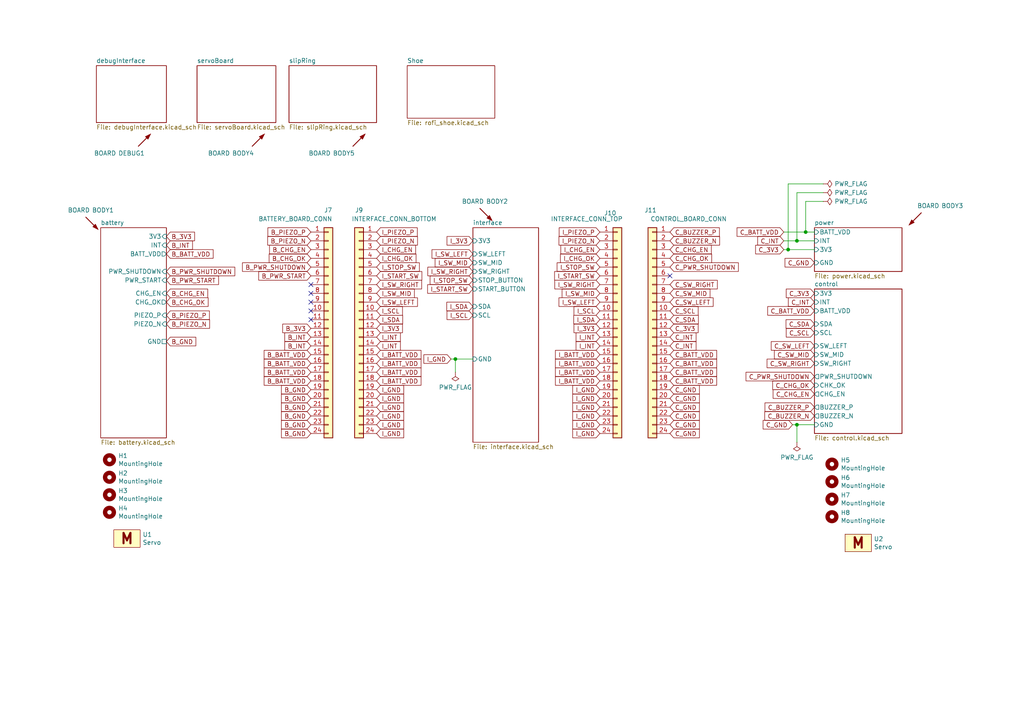
<source format=kicad_sch>
(kicad_sch (version 20211123) (generator eeschema)
  (paper "A4")
  (lib_symbols
    (symbol "Connector_Generic:Conn_01x24" (pin_names (offset 1.016) hide)
      (property "Reference" "J" (at 0 30.48 0))
      (property "Value" "Connector_Generic_Conn_01x24" (at 0 -33.02 0))
      (symbol "Conn_01x24_1_1"
        (rectangle (start -1.27 -30.353) (end 0 -30.607) (stroke (width 0.1524)))
        (rectangle (start -1.27 -27.813) (end 0 -28.067) (stroke (width 0.1524)))
        (rectangle (start -1.27 -25.273) (end 0 -25.527) (stroke (width 0.1524)))
        (rectangle (start -1.27 -22.733) (end 0 -22.987) (stroke (width 0.1524)))
        (rectangle (start -1.27 -20.193) (end 0 -20.447) (stroke (width 0.1524)))
        (rectangle (start -1.27 -17.653) (end 0 -17.907) (stroke (width 0.1524)))
        (rectangle (start -1.27 -15.113) (end 0 -15.367) (stroke (width 0.1524)))
        (rectangle (start -1.27 -12.573) (end 0 -12.827) (stroke (width 0.1524)))
        (rectangle (start -1.27 -10.033) (end 0 -10.287) (stroke (width 0.1524)))
        (rectangle (start -1.27 -7.493) (end 0 -7.747) (stroke (width 0.1524)))
        (rectangle (start -1.27 -4.953) (end 0 -5.207) (stroke (width 0.1524)))
        (rectangle (start -1.27 -2.413) (end 0 -2.667) (stroke (width 0.1524)))
        (rectangle (start -1.27 0.127) (end 0 -0.127) (stroke (width 0.1524)))
        (rectangle (start -1.27 2.667) (end 0 2.413) (stroke (width 0.1524)))
        (rectangle (start -1.27 5.207) (end 0 4.953) (stroke (width 0.1524)))
        (rectangle (start -1.27 7.747) (end 0 7.493) (stroke (width 0.1524)))
        (rectangle (start -1.27 10.287) (end 0 10.033) (stroke (width 0.1524)))
        (rectangle (start -1.27 12.827) (end 0 12.573) (stroke (width 0.1524)))
        (rectangle (start -1.27 15.367) (end 0 15.113) (stroke (width 0.1524)))
        (rectangle (start -1.27 17.907) (end 0 17.653) (stroke (width 0.1524)))
        (rectangle (start -1.27 20.447) (end 0 20.193) (stroke (width 0.1524)))
        (rectangle (start -1.27 22.987) (end 0 22.733) (stroke (width 0.1524)))
        (rectangle (start -1.27 25.527) (end 0 25.273) (stroke (width 0.1524)))
        (rectangle (start -1.27 28.067) (end 0 27.813) (stroke (width 0.1524)))
        (rectangle (start -1.27 29.21) (end 1.27 -31.75) (stroke (width 0.254)) (fill (type background)))
        (pin passive line (at -5.08 27.94 0) (length 3.81) (name "Pin_1") (number "1"))
        (pin passive line (at -5.08 5.08 0) (length 3.81) (name "Pin_10") (number "10"))
        (pin passive line (at -5.08 2.54 0) (length 3.81) (name "Pin_11") (number "11"))
        (pin passive line (at -5.08 0 0) (length 3.81) (name "Pin_12") (number "12"))
        (pin passive line (at -5.08 -2.54 0) (length 3.81) (name "Pin_13") (number "13"))
        (pin passive line (at -5.08 -5.08 0) (length 3.81) (name "Pin_14") (number "14"))
        (pin passive line (at -5.08 -7.62 0) (length 3.81) (name "Pin_15") (number "15"))
        (pin passive line (at -5.08 -10.16 0) (length 3.81) (name "Pin_16") (number "16"))
        (pin passive line (at -5.08 -12.7 0) (length 3.81) (name "Pin_17") (number "17"))
        (pin passive line (at -5.08 -15.24 0) (length 3.81) (name "Pin_18") (number "18"))
        (pin passive line (at -5.08 -17.78 0) (length 3.81) (name "Pin_19") (number "19"))
        (pin passive line (at -5.08 25.4 0) (length 3.81) (name "Pin_2") (number "2"))
        (pin passive line (at -5.08 -20.32 0) (length 3.81) (name "Pin_20") (number "20"))
        (pin passive line (at -5.08 -22.86 0) (length 3.81) (name "Pin_21") (number "21"))
        (pin passive line (at -5.08 -25.4 0) (length 3.81) (name "Pin_22") (number "22"))
        (pin passive line (at -5.08 -27.94 0) (length 3.81) (name "Pin_23") (number "23"))
        (pin passive line (at -5.08 -30.48 0) (length 3.81) (name "Pin_24") (number "24"))
        (pin passive line (at -5.08 22.86 0) (length 3.81) (name "Pin_3") (number "3"))
        (pin passive line (at -5.08 20.32 0) (length 3.81) (name "Pin_4") (number "4"))
        (pin passive line (at -5.08 17.78 0) (length 3.81) (name "Pin_5") (number "5"))
        (pin passive line (at -5.08 15.24 0) (length 3.81) (name "Pin_6") (number "6"))
        (pin passive line (at -5.08 12.7 0) (length 3.81) (name "Pin_7") (number "7"))
        (pin passive line (at -5.08 10.16 0) (length 3.81) (name "Pin_8") (number "8"))
        (pin passive line (at -5.08 7.62 0) (length 3.81) (name "Pin_9") (number "9"))
      )
    )
    (symbol "Graphic:SYM_Arrow45_Normal" (pin_names (offset 1.016))
      (symbol "SYM_Arrow45_Normal_0_1"
        (polyline (pts (xy 1.524 -1.524) (xy -1.778 1.778)) (stroke (width 0.254)))
        (polyline (pts (xy 1.778 -1.778) (xy 0.254 -1.016) (xy 1.016 -0.254) (xy 1.778 -1.778)) (fill (type outline)))
      )
    )
    (symbol "Mechanical:MountingHole" (pin_names (offset 1.016))
      (property "Reference" "H" (at 0 5.08 0))
      (property "Value" "Mechanical_MountingHole" (at 0 3.175 0))
      (symbol "MountingHole_0_1"
        (circle (center 0 0) (radius 1.27) (stroke (width 1.27)))
      )
    )
    (symbol "power:PWR_FLAG" (power) (pin_numbers hide) (pin_names (offset 0) hide)
      (property "Value" "power_PWR_FLAG" (at 0 3.81 0))
      (symbol "PWR_FLAG_0_0"
        (pin power_out line (at 0 0 90) (length 0) (name "pwr") (number "1"))
      )
      (symbol "PWR_FLAG_0_1"
        (polyline (pts (xy 0 0) (xy 0 1.27) (xy -1.016 1.905) (xy 0 2.54) (xy 1.016 1.905) (xy 0 1.27)))
      )
    )
    (symbol "rofi:Servo" (pin_names (offset 1.016))
      (property "Reference" "U" (at 0 -3.81 0))
      (property "Value" "Servo" (at 0 3.81 0))
      (symbol "Servo_0_0"
        (text "M" (at 0 0 0) (effects (font (size 2.9972 2.9972) bold)))
      )
      (symbol "Servo_0_1"
        (rectangle (start -3.81 2.54) (end 3.81 -2.54) (fill (type background)))
      )
    )
  )
  (junction (at 231.14 69.85))
  (junction (at 228.6 72.39))
  (junction (at 132.08 104.14))
  (junction (at 231.14 123.19))
  (junction (at 233.68 67.31))
  (no_connect (at 194.31 80.01))
  (no_connect (at 90.17 87.63))
  (no_connect (at 90.17 85.09))
  (no_connect (at 90.17 90.17))
  (no_connect (at 90.17 82.55))
  (no_connect (at 90.17 92.71))
  (wire (pts (xy 233.68 58.42) (xy 238.76 58.42)))
  (wire (pts (xy 228.6 72.39) (xy 227.33 72.39)))
  (wire (pts (xy 231.14 69.85) (xy 236.22 69.85)))
  (wire (pts (xy 236.22 72.39) (xy 228.6 72.39)))
  (wire (pts (xy 231.14 55.88) (xy 231.14 69.85)))
  (wire (pts (xy 132.08 104.14) (xy 137.16 104.14)))
  (wire (pts (xy 132.08 107.95) (xy 132.08 104.14)))
  (wire (pts (xy 236.22 67.31) (xy 233.68 67.31)))
  (wire (pts (xy 238.76 55.88) (xy 231.14 55.88)))
  (wire (pts (xy 231.14 123.19) (xy 236.22 123.19)))
  (wire (pts (xy 238.76 53.34) (xy 228.6 53.34)))
  (wire (pts (xy 233.68 67.31) (xy 227.33 67.31)))
  (wire (pts (xy 229.87 123.19) (xy 231.14 123.19)))
  (wire (pts (xy 227.33 69.85) (xy 231.14 69.85)))
  (wire (pts (xy 130.81 104.14) (xy 132.08 104.14)))
  (wire (pts (xy 231.14 128.27) (xy 231.14 123.19)))
  (wire (pts (xy 233.68 67.31) (xy 233.68 58.42)))
  (wire (pts (xy 228.6 53.34) (xy 228.6 72.39)))
  (global_label "C_SW_MID" (shape input) (at 194.31 85.09 0) (property "Intersheet References" "${INTERSHEET_REFS}" (effects hide)))
  (global_label "I_GND" (shape input) (at 173.99 125.73 180) (property "Intersheet References" "${INTERSHEET_REFS}" (effects hide)))
  (global_label "C_BATT_VDD" (shape input) (at 194.31 107.95 0) (property "Intersheet References" "${INTERSHEET_REFS}" (effects hide)))
  (global_label "C_PWR_SHUTDOWN" (shape input) (at 236.22 109.22 180) (property "Intersheet References" "${INTERSHEET_REFS}" (effects hide)))
  (global_label "I_SW_LEFT" (shape input) (at 173.99 87.63 180) (property "Intersheet References" "${INTERSHEET_REFS}" (effects hide)))
  (global_label "I_BATT_VDD" (shape input) (at 173.99 107.95 180) (property "Intersheet References" "${INTERSHEET_REFS}" (effects hide)))
  (global_label "I_SW_MID" (shape input) (at 173.99 85.09 180) (property "Intersheet References" "${INTERSHEET_REFS}" (effects hide)))
  (global_label "I_GND" (shape input) (at 173.99 123.19 180) (property "Intersheet References" "${INTERSHEET_REFS}" (effects hide)))
  (global_label "I_PIEZO_N" (shape input) (at 109.22 69.85 0) (property "Intersheet References" "${INTERSHEET_REFS}" (effects hide)))
  (global_label "C_GND" (shape input) (at 194.31 123.19 0) (property "Intersheet References" "${INTERSHEET_REFS}" (effects hide)))
  (global_label "C_BUZZER_N" (shape input) (at 194.31 69.85 0) (property "Intersheet References" "${INTERSHEET_REFS}" (effects hide)))
  (global_label "I_CHG_OK" (shape input) (at 173.99 74.93 180) (property "Intersheet References" "${INTERSHEET_REFS}" (effects hide)))
  (global_label "B_CHG_EN" (shape input) (at 48.26 85.09 0) (property "Intersheet References" "${INTERSHEET_REFS}" (effects hide)))
  (global_label "I_CHG_EN" (shape input) (at 173.99 72.39 180) (property "Intersheet References" "${INTERSHEET_REFS}" (effects hide)))
  (global_label "I_SDA" (shape input) (at 109.22 92.71 0) (property "Intersheet References" "${INTERSHEET_REFS}" (effects hide)))
  (global_label "C_SCL" (shape input) (at 194.31 90.17 0) (property "Intersheet References" "${INTERSHEET_REFS}" (effects hide)))
  (global_label "C_BATT_VDD" (shape input) (at 236.22 90.17 180) (property "Intersheet References" "${INTERSHEET_REFS}" (effects hide)))
  (global_label "C_GND" (shape input) (at 194.31 120.65 0) (property "Intersheet References" "${INTERSHEET_REFS}" (effects hide)))
  (global_label "B_GND" (shape input) (at 90.17 113.03 180) (property "Intersheet References" "${INTERSHEET_REFS}" (effects hide)))
  (global_label "I_3V3" (shape input) (at 137.16 69.85 180) (property "Intersheet References" "${INTERSHEET_REFS}" (effects hide)))
  (global_label "C_GND" (shape input) (at 194.31 115.57 0) (property "Intersheet References" "${INTERSHEET_REFS}" (effects hide)))
  (global_label "I_STOP_SW" (shape input) (at 173.99 77.47 180) (property "Intersheet References" "${INTERSHEET_REFS}" (effects hide)))
  (global_label "I_BATT_VDD" (shape input) (at 109.22 107.95 0) (property "Intersheet References" "${INTERSHEET_REFS}" (effects hide)))
  (global_label "B_3V3" (shape input) (at 90.17 95.25 180) (property "Intersheet References" "${INTERSHEET_REFS}" (effects hide)))
  (global_label "I_START_SW" (shape input) (at 173.99 80.01 180) (property "Intersheet References" "${INTERSHEET_REFS}" (effects hide)))
  (global_label "I_GND" (shape input) (at 109.22 123.19 0) (property "Intersheet References" "${INTERSHEET_REFS}" (effects hide)))
  (global_label "I_STOP_SW" (shape input) (at 137.16 81.28 180) (property "Intersheet References" "${INTERSHEET_REFS}" (effects hide)))
  (global_label "I_INT" (shape input) (at 173.99 97.79 180) (property "Intersheet References" "${INTERSHEET_REFS}" (effects hide)))
  (global_label "I_GND" (shape input) (at 173.99 118.11 180) (property "Intersheet References" "${INTERSHEET_REFS}" (effects hide)))
  (global_label "C_CHG_OK" (shape input) (at 194.31 74.93 0) (property "Intersheet References" "${INTERSHEET_REFS}" (effects hide)))
  (global_label "I_SW_RIGHT" (shape input) (at 173.99 82.55 180) (property "Intersheet References" "${INTERSHEET_REFS}" (effects hide)))
  (global_label "I_BATT_VDD" (shape input) (at 173.99 102.87 180) (property "Intersheet References" "${INTERSHEET_REFS}" (effects hide)))
  (global_label "B_CHG_OK" (shape input) (at 48.26 87.63 0) (property "Intersheet References" "${INTERSHEET_REFS}" (effects hide)))
  (global_label "I_START_SW" (shape input) (at 109.22 80.01 0) (property "Intersheet References" "${INTERSHEET_REFS}" (effects hide)))
  (global_label "B_PIEZO_P" (shape input) (at 48.26 91.44 0) (property "Intersheet References" "${INTERSHEET_REFS}" (effects hide)))
  (global_label "C_SW_LEFT" (shape input) (at 236.22 100.33 180) (property "Intersheet References" "${INTERSHEET_REFS}" (effects hide)))
  (global_label "B_INT" (shape input) (at 48.26 71.12 0) (property "Intersheet References" "${INTERSHEET_REFS}" (effects hide)))
  (global_label "B_PIEZO_N" (shape input) (at 48.26 93.98 0) (property "Intersheet References" "${INTERSHEET_REFS}" (effects hide)))
  (global_label "C_INT" (shape input) (at 227.33 69.85 180) (property "Intersheet References" "${INTERSHEET_REFS}" (effects hide)))
  (global_label "I_GND" (shape input) (at 109.22 120.65 0) (property "Intersheet References" "${INTERSHEET_REFS}" (effects hide)))
  (global_label "I_BATT_VDD" (shape input) (at 109.22 110.49 0) (property "Intersheet References" "${INTERSHEET_REFS}" (effects hide)))
  (global_label "I_SW_RIGHT" (shape input) (at 137.16 78.74 180) (property "Intersheet References" "${INTERSHEET_REFS}" (effects hide)))
  (global_label "I_3V3" (shape input) (at 109.22 95.25 0) (property "Intersheet References" "${INTERSHEET_REFS}" (effects hide)))
  (global_label "I_GND" (shape input) (at 109.22 125.73 0) (property "Intersheet References" "${INTERSHEET_REFS}" (effects hide)))
  (global_label "C_GND" (shape input) (at 236.22 76.2 180) (property "Intersheet References" "${INTERSHEET_REFS}" (effects hide)))
  (global_label "I_BATT_VDD" (shape input) (at 173.99 110.49 180) (property "Intersheet References" "${INTERSHEET_REFS}" (effects hide)))
  (global_label "C_SW_MID" (shape input) (at 236.22 102.87 180) (property "Intersheet References" "${INTERSHEET_REFS}" (effects hide)))
  (global_label "I_SCL" (shape input) (at 109.22 90.17 0) (property "Intersheet References" "${INTERSHEET_REFS}" (effects hide)))
  (global_label "I_GND" (shape input) (at 109.22 115.57 0) (property "Intersheet References" "${INTERSHEET_REFS}" (effects hide)))
  (global_label "B_BATT_VDD" (shape input) (at 90.17 110.49 180) (property "Intersheet References" "${INTERSHEET_REFS}" (effects hide)))
  (global_label "B_GND" (shape input) (at 90.17 120.65 180) (property "Intersheet References" "${INTERSHEET_REFS}" (effects hide)))
  (global_label "B_BATT_VDD" (shape input) (at 90.17 105.41 180) (property "Intersheet References" "${INTERSHEET_REFS}" (effects hide)))
  (global_label "I_GND" (shape input) (at 173.99 120.65 180) (property "Intersheet References" "${INTERSHEET_REFS}" (effects hide)))
  (global_label "C_BUZZER_N" (shape input) (at 236.22 120.65 180) (property "Intersheet References" "${INTERSHEET_REFS}" (effects hide)))
  (global_label "I_PIEZO_P" (shape input) (at 109.22 67.31 0) (property "Intersheet References" "${INTERSHEET_REFS}" (effects hide)))
  (global_label "C_CHG_EN" (shape input) (at 194.31 72.39 0) (property "Intersheet References" "${INTERSHEET_REFS}" (effects hide)))
  (global_label "C_GND" (shape input) (at 229.87 123.19 180) (property "Intersheet References" "${INTERSHEET_REFS}" (effects hide)))
  (global_label "B_PWR_START" (shape input) (at 48.26 81.28 0) (property "Intersheet References" "${INTERSHEET_REFS}" (effects hide)))
  (global_label "I_CHG_EN" (shape input) (at 109.22 72.39 0) (property "Intersheet References" "${INTERSHEET_REFS}" (effects hide)))
  (global_label "C_BATT_VDD" (shape input) (at 227.33 67.31 180) (property "Intersheet References" "${INTERSHEET_REFS}" (effects hide)))
  (global_label "B_3V3" (shape input) (at 48.26 68.58 0) (property "Intersheet References" "${INTERSHEET_REFS}" (effects hide)))
  (global_label "B_BATT_VDD" (shape input) (at 90.17 107.95 180) (property "Intersheet References" "${INTERSHEET_REFS}" (effects hide)))
  (global_label "I_GND" (shape input) (at 173.99 113.03 180) (property "Intersheet References" "${INTERSHEET_REFS}" (effects hide)))
  (global_label "B_GND" (shape input) (at 48.26 99.06 0) (property "Intersheet References" "${INTERSHEET_REFS}" (effects hide)))
  (global_label "I_PIEZO_P" (shape input) (at 173.99 67.31 180) (property "Intersheet References" "${INTERSHEET_REFS}" (effects hide)))
  (global_label "B_BATT_VDD" (shape input) (at 48.26 73.66 0) (property "Intersheet References" "${INTERSHEET_REFS}" (effects hide)))
  (global_label "B_PIEZO_N" (shape input) (at 90.17 69.85 180) (property "Intersheet References" "${INTERSHEET_REFS}" (effects hide)))
  (global_label "C_INT" (shape input) (at 236.22 87.63 180) (property "Intersheet References" "${INTERSHEET_REFS}" (effects hide)))
  (global_label "C_BUZZER_P" (shape input) (at 194.31 67.31 0) (property "Intersheet References" "${INTERSHEET_REFS}" (effects hide)))
  (global_label "I_INT" (shape input) (at 109.22 97.79 0) (property "Intersheet References" "${INTERSHEET_REFS}" (effects hide)))
  (global_label "C_BUZZER_P" (shape input) (at 236.22 118.11 180) (property "Intersheet References" "${INTERSHEET_REFS}" (effects hide)))
  (global_label "C_SW_LEFT" (shape input) (at 194.31 87.63 0) (property "Intersheet References" "${INTERSHEET_REFS}" (effects hide)))
  (global_label "B_PWR_START" (shape input) (at 90.17 80.01 180) (property "Intersheet References" "${INTERSHEET_REFS}" (effects hide)))
  (global_label "C_SW_RIGHT" (shape input) (at 194.31 82.55 0) (property "Intersheet References" "${INTERSHEET_REFS}" (effects hide)))
  (global_label "I_BATT_VDD" (shape input) (at 173.99 105.41 180) (property "Intersheet References" "${INTERSHEET_REFS}" (effects hide)))
  (global_label "I_SW_MID" (shape input) (at 137.16 76.2 180) (property "Intersheet References" "${INTERSHEET_REFS}" (effects hide)))
  (global_label "I_GND" (shape input) (at 109.22 118.11 0) (property "Intersheet References" "${INTERSHEET_REFS}" (effects hide)))
  (global_label "C_3V3" (shape input) (at 194.31 95.25 0) (property "Intersheet References" "${INTERSHEET_REFS}" (effects hide)))
  (global_label "C_CHG_EN" (shape input) (at 236.22 114.3 180) (property "Intersheet References" "${INTERSHEET_REFS}" (effects hide)))
  (global_label "B_GND" (shape input) (at 90.17 125.73 180) (property "Intersheet References" "${INTERSHEET_REFS}" (effects hide)))
  (global_label "I_BATT_VDD" (shape input) (at 109.22 102.87 0) (property "Intersheet References" "${INTERSHEET_REFS}" (effects hide)))
  (global_label "B_INT" (shape input) (at 90.17 97.79 180) (property "Intersheet References" "${INTERSHEET_REFS}" (effects hide)))
  (global_label "I_GND" (shape input) (at 130.81 104.14 180) (property "Intersheet References" "${INTERSHEET_REFS}" (effects hide)))
  (global_label "I_BATT_VDD" (shape input) (at 109.22 105.41 0) (property "Intersheet References" "${INTERSHEET_REFS}" (effects hide)))
  (global_label "B_PIEZO_P" (shape input) (at 90.17 67.31 180) (property "Intersheet References" "${INTERSHEET_REFS}" (effects hide)))
  (global_label "I_INT" (shape input) (at 109.22 100.33 0) (property "Intersheet References" "${INTERSHEET_REFS}" (effects hide)))
  (global_label "C_BATT_VDD" (shape input) (at 194.31 105.41 0) (property "Intersheet References" "${INTERSHEET_REFS}" (effects hide)))
  (global_label "C_GND" (shape input) (at 194.31 125.73 0) (property "Intersheet References" "${INTERSHEET_REFS}" (effects hide)))
  (global_label "C_SCL" (shape input) (at 236.22 96.52 180) (property "Intersheet References" "${INTERSHEET_REFS}" (effects hide)))
  (global_label "C_3V3" (shape input) (at 236.22 85.09 180) (property "Intersheet References" "${INTERSHEET_REFS}" (effects hide)))
  (global_label "I_PIEZO_N" (shape input) (at 173.99 69.85 180) (property "Intersheet References" "${INTERSHEET_REFS}" (effects hide)))
  (global_label "I_GND" (shape input) (at 109.22 113.03 0) (property "Intersheet References" "${INTERSHEET_REFS}" (effects hide)))
  (global_label "C_SDA" (shape input) (at 236.22 93.98 180) (property "Intersheet References" "${INTERSHEET_REFS}" (effects hide)))
  (global_label "C_BATT_VDD" (shape input) (at 194.31 102.87 0) (property "Intersheet References" "${INTERSHEET_REFS}" (effects hide)))
  (global_label "C_3V3" (shape input) (at 227.33 72.39 180) (property "Intersheet References" "${INTERSHEET_REFS}" (effects hide)))
  (global_label "I_INT" (shape input) (at 173.99 100.33 180) (property "Intersheet References" "${INTERSHEET_REFS}" (effects hide)))
  (global_label "I_SW_LEFT" (shape input) (at 137.16 73.66 180) (property "Intersheet References" "${INTERSHEET_REFS}" (effects hide)))
  (global_label "B_GND" (shape input) (at 90.17 123.19 180) (property "Intersheet References" "${INTERSHEET_REFS}" (effects hide)))
  (global_label "C_SDA" (shape input) (at 194.31 92.71 0) (property "Intersheet References" "${INTERSHEET_REFS}" (effects hide)))
  (global_label "I_3V3" (shape input) (at 173.99 95.25 180) (property "Intersheet References" "${INTERSHEET_REFS}" (effects hide)))
  (global_label "B_BATT_VDD" (shape input) (at 90.17 102.87 180) (property "Intersheet References" "${INTERSHEET_REFS}" (effects hide)))
  (global_label "B_CHG_EN" (shape input) (at 90.17 72.39 180) (property "Intersheet References" "${INTERSHEET_REFS}" (effects hide)))
  (global_label "C_PWR_SHUTDOWN" (shape input) (at 194.31 77.47 0) (property "Intersheet References" "${INTERSHEET_REFS}" (effects hide)))
  (global_label "I_SW_LEFT" (shape input) (at 109.22 87.63 0) (property "Intersheet References" "${INTERSHEET_REFS}" (effects hide)))
  (global_label "B_GND" (shape input) (at 90.17 115.57 180) (property "Intersheet References" "${INTERSHEET_REFS}" (effects hide)))
  (global_label "I_SW_MID" (shape input) (at 109.22 85.09 0) (property "Intersheet References" "${INTERSHEET_REFS}" (effects hide)))
  (global_label "I_SDA" (shape input) (at 173.99 92.71 180) (property "Intersheet References" "${INTERSHEET_REFS}" (effects hide)))
  (global_label "B_GND" (shape input) (at 90.17 118.11 180) (property "Intersheet References" "${INTERSHEET_REFS}" (effects hide)))
  (global_label "C_INT" (shape input) (at 194.31 97.79 0) (property "Intersheet References" "${INTERSHEET_REFS}" (effects hide)))
  (global_label "C_SW_RIGHT" (shape input) (at 236.22 105.41 180) (property "Intersheet References" "${INTERSHEET_REFS}" (effects hide)))
  (global_label "C_INT" (shape input) (at 194.31 100.33 0) (property "Intersheet References" "${INTERSHEET_REFS}" (effects hide)))
  (global_label "I_START_SW" (shape input) (at 137.16 83.82 180) (property "Intersheet References" "${INTERSHEET_REFS}" (effects hide)))
  (global_label "I_SW_RIGHT" (shape input) (at 109.22 82.55 0) (property "Intersheet References" "${INTERSHEET_REFS}" (effects hide)))
  (global_label "C_BATT_VDD" (shape input) (at 194.31 110.49 0) (property "Intersheet References" "${INTERSHEET_REFS}" (effects hide)))
  (global_label "I_CHG_OK" (shape input) (at 109.22 74.93 0) (property "Intersheet References" "${INTERSHEET_REFS}" (effects hide)))
  (global_label "C_CHG_OK" (shape input) (at 236.22 111.76 180) (property "Intersheet References" "${INTERSHEET_REFS}" (effects hide)))
  (global_label "I_SCL" (shape input) (at 137.16 91.44 180) (property "Intersheet References" "${INTERSHEET_REFS}" (effects hide)))
  (global_label "C_GND" (shape input) (at 194.31 113.03 0) (property "Intersheet References" "${INTERSHEET_REFS}" (effects hide)))
  (global_label "B_INT" (shape input) (at 90.17 100.33 180) (property "Intersheet References" "${INTERSHEET_REFS}" (effects hide)))
  (global_label "B_CHG_OK" (shape input) (at 90.17 74.93 180) (property "Intersheet References" "${INTERSHEET_REFS}" (effects hide)))
  (global_label "B_PWR_SHUTDOWN" (shape input) (at 90.17 77.47 180) (property "Intersheet References" "${INTERSHEET_REFS}" (effects hide)))
  (global_label "B_PWR_SHUTDOWN" (shape input) (at 48.26 78.74 0) (property "Intersheet References" "${INTERSHEET_REFS}" (effects hide)))
  (global_label "I_STOP_SW" (shape input) (at 109.22 77.47 0) (property "Intersheet References" "${INTERSHEET_REFS}" (effects hide)))
  (global_label "I_GND" (shape input) (at 173.99 115.57 180) (property "Intersheet References" "${INTERSHEET_REFS}" (effects hide)))
  (global_label "I_SDA" (shape input) (at 137.16 88.9 180) (property "Intersheet References" "${INTERSHEET_REFS}" (effects hide)))
  (global_label "I_SCL" (shape input) (at 173.99 90.17 180) (property "Intersheet References" "${INTERSHEET_REFS}" (effects hide)))
  (global_label "C_GND" (shape input) (at 194.31 118.11 0) (property "Intersheet References" "${INTERSHEET_REFS}" (effects hide)))
  (symbol (lib_id "Mechanical:MountingHole") (at 31.75 148.59 0) (unit 1)
    (property "Reference" "H4" (at 34.29 147.4216 0) (effects (justify left)))
    (property "Value" "MountingHole" (at 34.29 149.733 0) (effects (justify left)))
    (property "Footprint" "MountingHole:MountingHole_2.1mm" (effects hide))
    (property "JLCPCB_IGNORE" "YES" (effects hide))
  )
  (symbol (lib_id "Mechanical:MountingHole") (at 31.75 143.51 0) (unit 1)
    (property "Reference" "H3" (at 34.29 142.3416 0) (effects (justify left)))
    (property "Value" "MountingHole" (at 34.29 144.653 0) (effects (justify left)))
    (property "Footprint" "MountingHole:MountingHole_2.1mm" (effects hide))
    (property "JLCPCB_IGNORE" "YES" (effects hide))
  )
  (symbol (lib_id "Mechanical:MountingHole") (at 31.75 138.43 0) (unit 1)
    (property "Reference" "H2" (at 34.29 137.2616 0) (effects (justify left)))
    (property "Value" "MountingHole" (at 34.29 139.573 0) (effects (justify left)))
    (property "Footprint" "MountingHole:MountingHole_2.1mm" (effects hide))
    (property "JLCPCB_IGNORE" "YES" (effects hide))
  )
  (symbol (lib_id "Mechanical:MountingHole") (at 31.75 133.35 0) (unit 1)
    (property "Reference" "H1" (at 34.29 132.1816 0) (effects (justify left)))
    (property "Value" "MountingHole" (at 34.29 134.493 0) (effects (justify left)))
    (property "Footprint" "MountingHole:MountingHole_2.1mm" (effects hide))
    (property "JLCPCB_IGNORE" "YES" (effects hide))
  )
  (symbol (lib_id "rofi:Servo") (at 36.83 156.21 0) (unit 1)
    (property "Reference" "U1" (at 41.3512 155.0416 0) (effects (justify left)))
    (property "Value" "Servo" (at 41.3512 157.353 0) (effects (justify left)))
    (property "Footprint" "rofi:Dynamixel-XL-430-TOP" (effects hide))
    (property "JLCPCB_IGNORE" "YES" (effects hide))
  )
  (symbol (lib_id "rofi:Servo") (at 248.92 157.48 0) (unit 1)
    (property "Reference" "U2" (at 253.4412 156.3116 0) (effects (justify left)))
    (property "Value" "Servo" (at 253.4412 158.623 0) (effects (justify left)))
    (property "Footprint" "rofi:Dynamixel-XL-430-TOP" (effects hide))
    (property "JLCPCB_IGNORE" "YES" (effects hide))
  )
  (symbol (lib_id "Connector_Generic:Conn_01x24") (at 95.25 95.25 0) (unit 1)
    (property "Reference" "J7" (at 93.98 60.96 0) (effects (justify left)))
    (property "Value" "BATTERY_BOARD_CONN" (at 74.93 63.5 0) (effects (justify left)))
    (property "Footprint" "Connector_PinHeader_2.00mm:PinHeader_2x12_P2.00mm_Vertical" (effects hide))
    (property "MFR" "TMM-112-06-T-D-SM" (effects hide))
    (property "MFR_QTY" "1" (effects hide))
    (property "JLCPCB_IGNORE" "YES" (effects hide))
  )
  (symbol (lib_id "Connector_Generic:Conn_01x24") (at 104.14 95.25 0) (mirror y) (unit 1)
    (property "Reference" "J9" (at 104.14 60.96 0))
    (property "Value" "INTERFACE_CONN_BOTTOM" (at 114.3 63.5 0))
    (property "Footprint" "rofi:2xM22-6550642R-MIRRORED" (effects hide))
    (property "MFR" "M22-6550642R" (effects hide))
    (property "MFR_QTY" "2" (effects hide))
    (property "JLCPCB_IGNORE" "YES" (effects hide))
  )
  (symbol (lib_id "Connector_Generic:Conn_01x24") (at 179.07 95.25 0) (unit 1)
    (property "Reference" "J10" (at 176.9872 61.7982 0))
    (property "Value" "INTERFACE_CONN_TOP" (at 170.18 63.5 0))
    (property "Footprint" "rofi:2xM22-6550642R" (effects hide))
    (property "MFR" "M22-6550642R" (effects hide))
    (property "MFR_QTY" "2" (effects hide))
    (property "JLCPCB_IGNORE" "YES" (effects hide))
  )
  (symbol (lib_id "Connector_Generic:Conn_01x24") (at 189.23 95.25 0) (mirror y) (unit 1)
    (property "Reference" "J11" (at 190.5 60.96 0) (effects (justify left)))
    (property "Value" "CONTROL_BOARD_CONN" (at 210.82 63.5 0) (effects (justify left)))
    (property "Footprint" "Connector_PinHeader_2.00mm:PinHeader_2x12_P2.00mm_Vertical_SMD" (effects hide))
    (property "MFR" "A3C-24P-2DSA(30)" (effects hide))
    (property "MFR_QTY" "1" (effects hide))
    (property "JLCPCB_IGNORE" "YES" (effects hide))
  )
  (symbol (lib_id "power:PWR_FLAG") (at 132.08 107.95 180) (unit 1)
    (property "Reference" "#FLG0112" (effects hide))
    (property "Value" "PWR_FLAG" (at 132.08 112.3442 0))
  )
  (symbol (lib_id "power:PWR_FLAG") (at 231.14 128.27 180) (unit 1)
    (property "Reference" "#FLG0113" (effects hide))
    (property "Value" "PWR_FLAG" (at 231.14 132.6642 0))
  )
  (symbol (lib_id "power:PWR_FLAG") (at 238.76 58.42 270) (unit 1)
    (property "Reference" "#FLG0114" (effects hide))
    (property "Value" "PWR_FLAG" (at 242.0112 58.42 90) (effects (justify left)))
  )
  (symbol (lib_id "power:PWR_FLAG") (at 238.76 55.88 270) (unit 1)
    (property "Reference" "#FLG0115" (effects hide))
    (property "Value" "PWR_FLAG" (at 242.0112 55.88 90) (effects (justify left)))
  )
  (symbol (lib_id "power:PWR_FLAG") (at 238.76 53.34 270) (unit 1)
    (property "Reference" "#FLG0116" (effects hide))
    (property "Value" "PWR_FLAG" (at 242.0112 53.34 90) (effects (justify left)))
  )
  (symbol (lib_id "Mechanical:MountingHole") (at 241.3 149.86 0) (unit 1)
    (property "Reference" "H8" (at 243.84 148.6916 0) (effects (justify left)))
    (property "Value" "MountingHole" (at 243.84 151.003 0) (effects (justify left)))
    (property "Footprint" "MountingHole:MountingHole_2.1mm" (effects hide))
    (property "JLCPCB_IGNORE" "YES" (effects hide))
  )
  (symbol (lib_id "Mechanical:MountingHole") (at 241.3 144.78 0) (unit 1)
    (property "Reference" "H7" (at 243.84 143.6116 0) (effects (justify left)))
    (property "Value" "MountingHole" (at 243.84 145.923 0) (effects (justify left)))
    (property "Footprint" "MountingHole:MountingHole_2.1mm" (effects hide))
    (property "JLCPCB_IGNORE" "YES" (effects hide))
  )
  (symbol (lib_id "Mechanical:MountingHole") (at 241.3 139.7 0) (unit 1)
    (property "Reference" "H6" (at 243.84 138.5316 0) (effects (justify left)))
    (property "Value" "MountingHole" (at 243.84 140.843 0) (effects (justify left)))
    (property "Footprint" "MountingHole:MountingHole_2.1mm" (effects hide))
    (property "JLCPCB_IGNORE" "YES" (effects hide))
  )
  (symbol (lib_id "Mechanical:MountingHole") (at 241.3 134.62 0) (unit 1)
    (property "Reference" "H5" (at 243.84 133.4516 0) (effects (justify left)))
    (property "Value" "MountingHole" (at 243.84 135.763 0) (effects (justify left)))
    (property "Footprint" "MountingHole:MountingHole_2.1mm" (effects hide))
    (property "JLCPCB_IGNORE" "YES" (effects hide))
  )
  (symbol (lib_id "Graphic:SYM_Arrow45_Normal") (at 26.67 64.77 0) (unit 1)
    (property "Reference" "BODY1" (at 26.67 60.96 0) (effects (justify left)))
    (property "Value" "BOARD" (at 22.86 60.96 0))
    (property "Footprint" "kikit:Board" (effects hide))
    (property "JLCPCB_IGNORE" "YES" (effects hide))
  )
  (symbol (lib_id "Graphic:SYM_Arrow45_Normal") (at 140.97 62.23 0) (unit 1)
    (property "Reference" "BODY2" (at 140.97 58.42 0) (effects (justify left)))
    (property "Value" "BOARD" (at 137.16 58.42 0))
    (property "Footprint" "kikit:Board" (effects hide))
    (property "JLCPCB_IGNORE" "YES" (effects hide))
  )
  (symbol (lib_id "Graphic:SYM_Arrow45_Normal") (at 265.43 63.5 0) (mirror y) (unit 1)
    (property "Reference" "BODY3" (at 279.4 59.69 0) (effects (justify left)))
    (property "Value" "BOARD" (at 269.24 59.69 0))
    (property "Footprint" "kikit:Board" (effects hide))
    (property "JLCPCB_IGNORE" "YES" (effects hide))
  )
  (symbol (lib_id "Graphic:SYM_Arrow45_Normal") (at 104.14 40.64 0) (mirror x) (unit 1)
    (property "Reference" "BODY5" (at 96.52 44.45 0) (effects (justify left)))
    (property "Value" "BOARD" (at 92.71 44.45 0))
    (property "Footprint" "kikit:Board" (effects hide))
    (property "JLCPCB_IGNORE" "YES" (effects hide))
  )
  (symbol (lib_id "Graphic:SYM_Arrow45_Normal") (at 41.91 40.64 0) (mirror x) (unit 1)
    (property "Reference" "DEBUG1" (at 34.29 44.45 0) (effects (justify left)))
    (property "Value" "BOARD" (at 30.48 44.45 0))
    (property "Footprint" "kikit:Board" (effects hide))
    (property "JLCPCB_IGNORE" "YES" (effects hide))
  )
  (symbol (lib_id "Graphic:SYM_Arrow45_Normal") (at 74.93 40.64 0) (mirror x) (unit 1)
    (property "Reference" "BODY4" (at 67.31 44.45 0) (effects (justify left)))
    (property "Value" "BOARD" (at 63.5 44.45 0))
    (property "Footprint" "kikit:Board" (effects hide))
    (property "JLCPCB_IGNORE" "YES" (effects hide))
  )
  (sheet (at 236.22 66.04) (size 25.4 12.7)
    (property "Sheet name" "power" (at 236.22 65.3284 0) (effects (justify left bottom)))
    (property "Sheet file" "power.kicad_sch" (at 236.22 79.3246 0) (effects (justify left top)))
    (pin "BATT_VDD" input (at 236.22 67.31 180))
    (pin "INT" input (at 236.22 69.85 180))
    (pin "3V3" input (at 236.22 72.39 180))
    (pin "GND" input (at 236.22 76.2 180))
  )
  (sheet (at 29.21 66.04) (size 19.05 60.96)
    (property "Sheet name" "battery" (at 29.21 65.3284 0) (effects (justify left bottom)))
    (property "Sheet file" "battery.kicad_sch" (at 29.21 127.5846 0) (effects (justify left top)))
    (pin "CHG_EN" input (at 48.26 85.09 0))
    (pin "CHG_OK" output (at 48.26 87.63 0))
    (pin "INT" input (at 48.26 71.12 0))
    (pin "PWR_SHUTDOWN" input (at 48.26 78.74 0))
    (pin "PWR_START" input (at 48.26 81.28 0))
    (pin "3V3" input (at 48.26 68.58 0))
    (pin "GND" passive (at 48.26 99.06 0))
    (pin "PIEZO_P" input (at 48.26 91.44 0))
    (pin "PIEZO_N" input (at 48.26 93.98 0))
    (pin "BATT_VDD" output (at 48.26 73.66 0))
  )
  (sheet (at 236.22 83.82) (size 25.4 41.91)
    (property "Sheet name" "control" (at 236.22 83.1084 0) (effects (justify left bottom)))
    (property "Sheet file" "control.kicad_sch" (at 236.22 126.3146 0) (effects (justify left top)))
    (pin "GND" input (at 236.22 123.19 180))
    (pin "3V3" input (at 236.22 85.09 180))
    (pin "SDA" input (at 236.22 93.98 180))
    (pin "SCL" input (at 236.22 96.52 180))
    (pin "SW_LEFT" input (at 236.22 100.33 180))
    (pin "SW_MID" input (at 236.22 102.87 180))
    (pin "SW_RIGHT" input (at 236.22 105.41 180))
    (pin "PWR_SHUTDOWN" output (at 236.22 109.22 180))
    (pin "INT" input (at 236.22 87.63 180))
    (pin "CHK_OK" input (at 236.22 111.76 180))
    (pin "CHG_EN" output (at 236.22 114.3 180))
    (pin "BATT_VDD" input (at 236.22 90.17 180))
    (pin "BUZZER_P" output (at 236.22 118.11 180))
    (pin "BUZZER_N" output (at 236.22 120.65 180))
  )
  (sheet (at 137.16 66.04) (size 19.05 62.23)
    (property "Sheet name" "interface" (at 137.16 65.3284 0) (effects (justify left bottom)))
    (property "Sheet file" "interface.kicad_sch" (at 137.16 128.8546 0) (effects (justify left top)))
    (pin "GND" input (at 137.16 104.14 180))
    (pin "3V3" input (at 137.16 69.85 180))
    (pin "SW_LEFT" input (at 137.16 73.66 180))
    (pin "SW_MID" input (at 137.16 76.2 180))
    (pin "SW_RIGHT" input (at 137.16 78.74 180))
    (pin "STOP_BUTTON" input (at 137.16 81.28 180))
    (pin "START_BUTTON" input (at 137.16 83.82 180))
    (pin "SDA" input (at 137.16 88.9 180))
    (pin "SCL" input (at 137.16 91.44 180))
  )
  (sheet (at 27.94 19.05) (size 20.32 16.51)
    (property "Sheet name" "debugInterface" (at 27.94 18.3384 0) (effects (justify left bottom)))
    (property "Sheet file" "debugInterface.kicad_sch" (at 27.94 36.1446 0) (effects (justify left top)))
  )
  (sheet (at 57.15 19.05) (size 22.86 16.51)
    (property "Sheet name" "servoBoard" (at 57.15 18.3384 0) (effects (justify left bottom)))
    (property "Sheet file" "servoBoard.kicad_sch" (at 57.15 36.1446 0) (effects (justify left top)))
  )
  (sheet (at 83.82 19.05) (size 25.4 16.51)
    (property "Sheet name" "slipRing" (at 83.82 18.3384 0) (effects (justify left bottom)))
    (property "Sheet file" "slipRing.kicad_sch" (at 83.82 36.1446 0) (effects (justify left top)))
  )
  (sheet (at 118.11 19.05) (size 25.4 15.24)
    (property "Sheet name" "Shoe" (at 118.11 18.3384 0) (effects (justify left bottom)))
    (property "Sheet file" "rofi_shoe.kicad_sch" (at 118.11 34.8746 0) (effects (justify left top)))
  )
)
</source>
